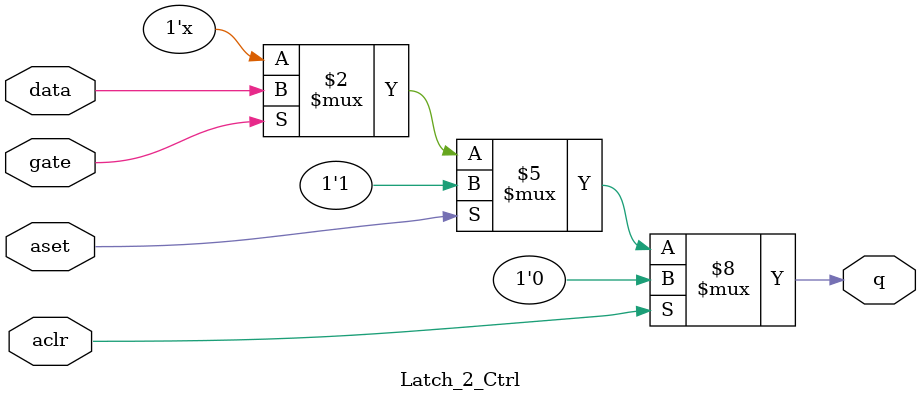
<source format=v>
module Latch_2_Ctrl(aset, data, gate, aclr, q);

parameter LAT_WIDTH = 1; // Default size of the latch
input aset, gate, aclr;
input [LAT_WIDTH-1:0] data;
output reg [LAT_WIDTH-1:0] q;

always @(*) begin

    if(aclr)begin
        q <= {LAT_WIDTH{1'b0}};
    end
    else if(aset)begin
        q <= {LAT_WIDTH{1'b1}};
    end
    else if(gate)begin
        q <= data;
    end
    
end

endmodule
</source>
